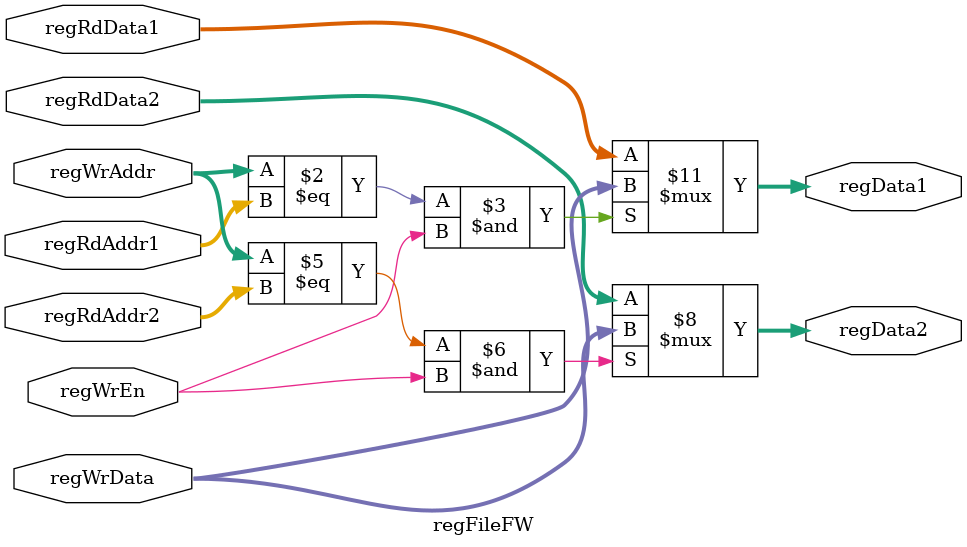
<source format=v>
module regFileFW(
input [4:0] regRdAddr1,
input [4:0] regRdAddr2,
input [4:0] regWrAddr,
input [31:0] regWrData,
input [31:0] regRdData1,
input [31:0] regRdData2,
input regWrEn,
output reg [31:0] regData1,
output reg [31:0] regData2);

always @(*)
begin
	if (regWrAddr == regRdAddr1 & regWrEn)
		regData1 = regWrData;
	else
		regData1 =  regRdData1;
end

always @(*)
begin
	if (regWrAddr == regRdAddr2 & regWrEn)
		regData2 = regWrData;
	else
		regData2 =  regRdData2;
end

endmodule

</source>
